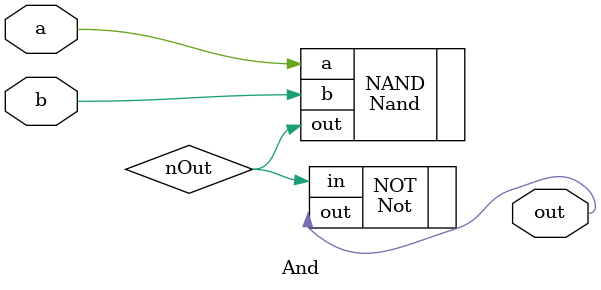
<source format=v>
/**
 * And gate: 
 * out = 1 if (a == 1 and b == 1)
 *       0 otherwise
 */

`default_nettype none
module And(
	input a,
	input b,
	output out
);

    wire nOut;

    Nand NAND(.out(nOut),.a(a),.b(b));
    Not NOT(.out(out),.in(nOut));

endmodule


</source>
